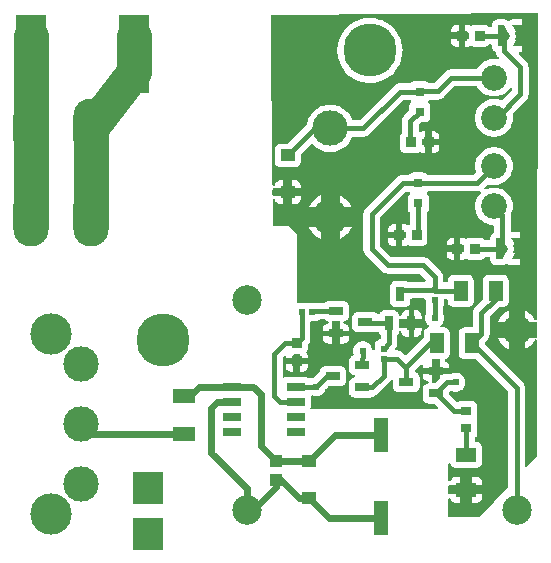
<source format=gtl>
G04 Layer: TopLayer*
G04 EasyEDA v6.5.39, 2024-01-10 16:20:09*
G04 85b321e934e241e88075cb939218c85a,3d9c8b04885e45b7839bd8e85c0fd600,10*
G04 Gerber Generator version 0.2*
G04 Scale: 100 percent, Rotated: No, Reflected: No *
G04 Dimensions in millimeters *
G04 leading zeros omitted , absolute positions ,4 integer and 5 decimal *
%FSLAX45Y45*%
%MOMM*%

%AMMACRO1*21,1,$1,$2,0,0,$3*%
%AMMACRO2*4,1,5,-0.508,0.889,0,0.889,0.508,0,0,-0.889,-0.508,-0.889,-0.508,0.889,0*%
%AMMACRO3*4,1,5,0.635,0.889,-0.635,0.889,-0.127,0,-0.635,-0.889,0.635,-0.889,0.635,0.889,0*%
%AMMACRO4*4,1,4,-1.25,-1.325,-1.25,1.325,1.25,1.325,1.25,-1.325,-1.25,-1.325,0*%
%ADD10C,3.0000*%
%ADD11C,0.6000*%
%ADD12C,0.4000*%
%ADD13MACRO1,1.701X1.2075X90.0000*%
%ADD14MACRO1,1.701X1.2075X0.0000*%
%ADD15R,1.7010X1.2075*%
%ADD16MACRO1,0.864X0.8065X-90.0000*%
%ADD17MACRO1,0.864X0.8065X90.0000*%
%ADD18R,1.2500X0.7000*%
%ADD19R,0.7000X1.2500*%
%ADD20MACRO1,0.54X0.5656X90.0000*%
%ADD21MACRO1,0.864X0.8065X0.0000*%
%ADD22R,0.8640X0.8065*%
%ADD23MACRO1,0.54X0.5656X0.0000*%
%ADD24R,0.5400X0.5657*%
%ADD25R,1.1000X1.0000*%
%ADD26R,1.2000X1.0000*%
%ADD27R,0.9000X0.8000*%
%ADD28R,1.9000X1.2000*%
%ADD29MACRO1,2.9007X1.1989X90.0000*%
%ADD30R,1.5500X0.6500*%
%ADD31R,0.8000X0.8000*%
%ADD32MACRO2*%
%ADD33MACRO3*%
%ADD34O,2.999994X4.9999899999999995*%
%ADD35C,2.5000*%
%ADD36C,3.5000*%
%ADD37MACRO4*%
%ADD38C,2.1800*%
%ADD39C,4.5000*%
%ADD40C,0.6096*%
%ADD41C,0.0135*%

%LPD*%
G36*
X3972661Y-903173D02*
G01*
X3968750Y-902411D01*
X3965397Y-900226D01*
X3963162Y-896924D01*
X3962400Y-893013D01*
X3962400Y-749096D01*
X3963162Y-745236D01*
X3965295Y-741984D01*
X3968546Y-739749D01*
X3972356Y-738936D01*
X3976217Y-739597D01*
X3979519Y-741680D01*
X3981805Y-744880D01*
X3986072Y-754227D01*
X3991101Y-761390D01*
X3997299Y-767638D01*
X4004513Y-772668D01*
X4012488Y-776376D01*
X4020972Y-778662D01*
X4030218Y-779475D01*
X4065930Y-779475D01*
X4065930Y-705104D01*
X3972560Y-705104D01*
X3968648Y-704342D01*
X3965397Y-702157D01*
X3963162Y-698855D01*
X3962400Y-694944D01*
X3962400Y-642213D01*
X3963162Y-638302D01*
X3965397Y-635000D01*
X3968648Y-632815D01*
X3972560Y-632053D01*
X4065930Y-632053D01*
X4065930Y-557682D01*
X4030218Y-557682D01*
X4020972Y-558495D01*
X4012488Y-560781D01*
X4004513Y-564489D01*
X3997299Y-569518D01*
X3991101Y-575767D01*
X3986072Y-582930D01*
X3981805Y-592277D01*
X3979519Y-595477D01*
X3976217Y-597560D01*
X3972356Y-598220D01*
X3968546Y-597408D01*
X3965295Y-595172D01*
X3963162Y-591921D01*
X3962400Y-588060D01*
X3962400Y-453339D01*
X3963162Y-449478D01*
X3965295Y-446227D01*
X3968546Y-443992D01*
X3972356Y-443179D01*
X3976217Y-443839D01*
X3979519Y-445922D01*
X3981805Y-449122D01*
X3986072Y-458470D01*
X3991101Y-465632D01*
X3997299Y-471881D01*
X4004513Y-476910D01*
X4012488Y-480618D01*
X4020972Y-482904D01*
X4030218Y-483717D01*
X4199382Y-483717D01*
X4208627Y-482904D01*
X4217111Y-480618D01*
X4225086Y-476910D01*
X4232300Y-471881D01*
X4238498Y-465632D01*
X4243578Y-458419D01*
X4247286Y-450443D01*
X4249572Y-441959D01*
X4250385Y-432765D01*
X4250385Y-312877D01*
X4249572Y-303682D01*
X4247286Y-295198D01*
X4243578Y-287223D01*
X4238498Y-280009D01*
X4232300Y-273761D01*
X4225086Y-268732D01*
X4217111Y-265023D01*
X4208627Y-262737D01*
X4199382Y-261924D01*
X4195470Y-261924D01*
X4191609Y-261162D01*
X4188307Y-258927D01*
X4186072Y-255676D01*
X4185310Y-251764D01*
X4185310Y-235000D01*
X4185818Y-231800D01*
X4187342Y-228955D01*
X4189628Y-226669D01*
X4192270Y-224840D01*
X4198467Y-218643D01*
X4203496Y-211429D01*
X4207256Y-203454D01*
X4209491Y-194970D01*
X4210304Y-185724D01*
X4210304Y-106629D01*
X4209491Y-97434D01*
X4207256Y-88950D01*
X4203293Y-80467D01*
X4202328Y-76200D01*
X4203293Y-71882D01*
X4207256Y-63449D01*
X4209491Y-54965D01*
X4210304Y-45770D01*
X4210304Y33375D01*
X4209491Y42570D01*
X4207256Y51054D01*
X4203496Y59029D01*
X4198467Y66243D01*
X4192270Y72491D01*
X4185056Y77520D01*
X4177080Y81229D01*
X4168546Y83515D01*
X4159351Y84328D01*
X4070248Y84328D01*
X4061053Y83515D01*
X4052519Y81229D01*
X4044543Y77520D01*
X4041394Y75285D01*
X4038193Y73812D01*
X4034688Y73507D01*
X4031284Y74422D01*
X4028389Y76454D01*
X3974744Y130048D01*
X3972560Y133350D01*
X3971798Y137210D01*
X3971798Y155397D01*
X3972560Y159258D01*
X3974744Y162560D01*
X3978859Y166624D01*
X3982161Y168859D01*
X3986072Y169621D01*
X3989984Y168808D01*
X3999737Y164642D01*
X4011168Y161696D01*
X4022953Y160375D01*
X4034739Y160832D01*
X4046372Y162966D01*
X4057548Y166776D01*
X4068064Y172161D01*
X4077715Y179070D01*
X4086199Y187248D01*
X4093413Y196596D01*
X4099204Y206908D01*
X4103420Y217982D01*
X4106011Y229514D01*
X4106875Y241300D01*
X4106011Y253085D01*
X4103420Y264617D01*
X4099204Y275691D01*
X4093413Y285953D01*
X4086199Y295351D01*
X4077715Y303530D01*
X4068064Y310438D01*
X4057548Y315823D01*
X4046372Y319633D01*
X4034739Y321767D01*
X4022953Y322224D01*
X4011168Y320903D01*
X3999737Y317957D01*
X3988206Y313029D01*
X3983685Y311962D01*
X3981043Y311861D01*
X3978452Y312470D01*
X3896360Y312470D01*
X3896360Y287832D01*
X3895598Y283972D01*
X3893413Y280670D01*
X3847541Y234797D01*
X3844239Y232613D01*
X3840327Y231800D01*
X3831336Y231800D01*
X3827424Y232613D01*
X3824122Y234797D01*
X3821937Y238099D01*
X3821176Y241960D01*
X3821176Y312470D01*
X3745737Y312470D01*
X3745737Y301752D01*
X3746550Y292506D01*
X3748836Y284022D01*
X3752545Y276047D01*
X3757574Y268833D01*
X3763822Y262636D01*
X3771036Y257556D01*
X3779012Y253847D01*
X3788359Y251358D01*
X3792270Y249326D01*
X3794963Y245821D01*
X3795877Y241046D01*
X3794963Y236778D01*
X3792270Y233273D01*
X3788359Y231241D01*
X3779012Y228752D01*
X3771036Y225044D01*
X3763822Y219964D01*
X3757574Y213766D01*
X3752545Y206552D01*
X3748836Y198577D01*
X3746550Y190093D01*
X3745737Y180848D01*
X3745737Y111760D01*
X3746550Y102514D01*
X3748836Y94030D01*
X3752545Y86055D01*
X3757574Y78841D01*
X3763822Y72644D01*
X3771036Y67564D01*
X3779012Y63855D01*
X3787495Y61569D01*
X3796690Y60807D01*
X3840327Y60807D01*
X3844239Y59994D01*
X3847541Y57810D01*
X3876903Y28448D01*
X3879087Y25146D01*
X3879850Y21285D01*
X3879087Y17373D01*
X3876903Y14071D01*
X3873601Y11887D01*
X3869690Y11125D01*
X2806039Y11125D01*
X2802077Y11938D01*
X2798724Y14224D01*
X2796540Y17627D01*
X2795879Y21640D01*
X2799537Y34950D01*
X2800299Y44145D01*
X2800299Y108254D01*
X2799384Y118516D01*
X2799892Y122631D01*
X2801975Y126237D01*
X2805328Y128676D01*
X2809392Y129590D01*
X2813507Y128778D01*
X2818638Y126542D01*
X2830068Y123596D01*
X2841853Y122275D01*
X2853639Y122732D01*
X2865272Y124866D01*
X2876448Y128676D01*
X2886964Y134061D01*
X2896616Y140970D01*
X2905099Y149148D01*
X2912313Y158496D01*
X2918104Y168808D01*
X2922270Y179679D01*
X2924556Y183235D01*
X2944926Y203606D01*
X2948228Y205790D01*
X2952140Y206603D01*
X3048609Y206603D01*
X3057804Y207365D01*
X3066288Y209651D01*
X3074263Y213360D01*
X3081477Y218440D01*
X3087725Y224637D01*
X3092754Y231851D01*
X3096463Y239826D01*
X3098749Y248310D01*
X3099562Y257556D01*
X3099562Y326644D01*
X3098749Y335889D01*
X3096463Y344373D01*
X3092754Y352348D01*
X3087725Y359562D01*
X3081477Y365760D01*
X3074263Y370840D01*
X3066288Y374548D01*
X3057804Y376834D01*
X3048609Y377596D01*
X2924454Y377596D01*
X2915259Y376834D01*
X2906776Y374548D01*
X2898800Y370840D01*
X2891586Y365760D01*
X2885338Y359562D01*
X2880309Y352348D01*
X2876600Y344373D01*
X2873400Y332384D01*
X2871368Y329488D01*
X2824734Y282854D01*
X2822600Y281228D01*
X2818638Y279857D01*
X2805226Y274116D01*
X2802483Y273710D01*
X2786380Y273710D01*
X2783332Y274167D01*
X2780538Y275539D01*
X2775051Y279400D01*
X2767076Y283159D01*
X2758592Y285394D01*
X2749346Y286207D01*
X2595219Y286207D01*
X2586024Y285394D01*
X2577541Y283159D01*
X2574188Y281584D01*
X2570226Y280619D01*
X2566263Y281279D01*
X2562809Y283464D01*
X2560523Y286816D01*
X2559710Y290779D01*
X2559710Y449173D01*
X2560472Y453085D01*
X2562707Y456387D01*
X2568651Y462280D01*
X2571953Y464515D01*
X2575814Y465277D01*
X2579725Y464515D01*
X2583027Y462280D01*
X2585212Y459028D01*
X2585974Y455117D01*
X2585974Y446481D01*
X2651760Y446481D01*
X2651760Y469595D01*
X2652522Y473506D01*
X2654706Y476808D01*
X2658008Y478993D01*
X2661920Y479755D01*
X2697480Y479755D01*
X2701391Y478993D01*
X2704693Y476808D01*
X2706878Y473506D01*
X2707640Y469595D01*
X2707640Y446481D01*
X2773426Y446481D01*
X2773426Y459841D01*
X2772613Y469087D01*
X2770327Y477570D01*
X2766618Y485546D01*
X2763875Y489458D01*
X2762250Y493268D01*
X2762250Y497332D01*
X2763875Y501142D01*
X2766618Y505053D01*
X2770327Y513029D01*
X2772613Y521512D01*
X2773426Y530758D01*
X2773426Y560628D01*
X2774035Y564134D01*
X2775864Y567232D01*
X2782366Y574802D01*
X2788107Y584250D01*
X2792374Y594461D01*
X2794965Y605231D01*
X2795828Y616661D01*
X2795828Y750519D01*
X2796590Y754430D01*
X2798826Y757682D01*
X2802128Y759917D01*
X2805988Y760679D01*
X2839720Y760679D01*
X2848914Y761492D01*
X2857449Y763778D01*
X2865424Y767486D01*
X2871774Y771956D01*
X2874518Y773328D01*
X2877616Y773785D01*
X2909620Y773785D01*
X2913532Y773023D01*
X2924200Y765556D01*
X2932176Y761847D01*
X2941523Y759358D01*
X2945434Y757326D01*
X2948127Y753821D01*
X2949041Y749046D01*
X2948127Y744778D01*
X2945434Y741273D01*
X2941523Y739241D01*
X2932176Y736752D01*
X2924200Y733044D01*
X2916986Y727964D01*
X2910738Y721766D01*
X2905709Y714552D01*
X2902000Y706577D01*
X2899714Y698093D01*
X2898902Y688848D01*
X2898902Y678129D01*
X2974340Y678129D01*
X2974340Y748639D01*
X2975102Y752500D01*
X2977286Y755802D01*
X2980588Y757986D01*
X2984500Y758799D01*
X3039364Y758799D01*
X3043275Y757986D01*
X3046577Y755802D01*
X3048762Y752500D01*
X3049524Y748639D01*
X3049524Y678129D01*
X3124962Y678129D01*
X3124962Y688848D01*
X3124149Y698093D01*
X3121863Y706577D01*
X3118154Y714552D01*
X3113125Y721766D01*
X3106877Y727964D01*
X3099663Y733044D01*
X3091688Y736752D01*
X3082340Y739241D01*
X3078429Y741273D01*
X3075736Y744778D01*
X3074822Y749554D01*
X3075736Y753821D01*
X3078429Y757326D01*
X3082340Y759358D01*
X3091688Y761847D01*
X3099663Y765556D01*
X3106877Y770636D01*
X3113125Y776833D01*
X3118154Y784047D01*
X3121863Y792022D01*
X3124149Y800506D01*
X3124962Y809752D01*
X3124962Y878840D01*
X3124149Y888085D01*
X3121863Y896569D01*
X3118154Y904544D01*
X3113125Y911758D01*
X3106877Y917956D01*
X3099663Y923036D01*
X3091688Y926744D01*
X3083204Y929030D01*
X3074009Y929792D01*
X2949854Y929792D01*
X2940659Y929030D01*
X2932176Y926744D01*
X2924200Y923036D01*
X2913532Y915568D01*
X2909620Y914806D01*
X2850489Y914806D01*
X2839720Y915720D01*
X2784043Y915720D01*
X2774848Y914908D01*
X2771241Y913942D01*
X2768600Y913587D01*
X2765958Y913942D01*
X2762351Y914908D01*
X2753156Y915720D01*
X2697480Y915720D01*
X2690723Y915111D01*
X2686608Y915619D01*
X2683002Y917752D01*
X2680563Y921156D01*
X2679700Y925271D01*
X2679700Y1483309D01*
X2679192Y1484884D01*
X2616962Y1559610D01*
X2615184Y1560525D01*
X2486355Y1563471D01*
X2482545Y1564284D01*
X2479344Y1566468D01*
X2477211Y1569720D01*
X2476449Y1573530D01*
X2474925Y1785975D01*
X2475738Y1790039D01*
X2478125Y1793493D01*
X2481681Y1795627D01*
X2485796Y1796186D01*
X2489809Y1795068D01*
X2493010Y1792376D01*
X2494889Y1788668D01*
X2496058Y1784350D01*
X2499766Y1776374D01*
X2504846Y1769160D01*
X2511044Y1762912D01*
X2518257Y1757883D01*
X2526233Y1754174D01*
X2534716Y1751888D01*
X2543962Y1751075D01*
X2567127Y1751075D01*
X2567127Y1820265D01*
X2484780Y1820265D01*
X2480919Y1821027D01*
X2477617Y1823212D01*
X2475382Y1826463D01*
X2474620Y1830324D01*
X2474315Y1872742D01*
X2475077Y1876653D01*
X2477262Y1879955D01*
X2480564Y1882190D01*
X2484475Y1882952D01*
X2567127Y1882952D01*
X2567127Y1952142D01*
X2543962Y1952142D01*
X2534716Y1951329D01*
X2526233Y1949043D01*
X2518257Y1945335D01*
X2511044Y1940255D01*
X2504846Y1934057D01*
X2499766Y1926843D01*
X2496058Y1918868D01*
X2493975Y1911146D01*
X2492146Y1907438D01*
X2488946Y1904796D01*
X2484983Y1903628D01*
X2480868Y1904187D01*
X2477312Y1906270D01*
X2474874Y1909622D01*
X2474010Y1913686D01*
X2463850Y3344214D01*
X2464612Y3348126D01*
X2466797Y3351428D01*
X2470099Y3353663D01*
X2473960Y3354425D01*
X4713935Y3367024D01*
X4717846Y3366262D01*
X4721148Y3364077D01*
X4723384Y3360775D01*
X4724146Y3356864D01*
X4724146Y3290366D01*
X4715662Y774496D01*
X4714646Y770178D01*
X4711954Y766724D01*
X4708042Y764692D01*
X4703673Y764540D01*
X4699609Y766216D01*
X4696663Y769518D01*
X4691075Y779322D01*
X4680610Y794054D01*
X4668672Y807618D01*
X4655413Y819912D01*
X4640986Y830732D01*
X4625492Y840028D01*
X4611827Y846429D01*
X4611827Y753973D01*
X4705400Y753973D01*
X4709261Y753211D01*
X4712563Y750976D01*
X4714798Y747674D01*
X4715560Y743762D01*
X4715154Y626414D01*
X4714341Y622503D01*
X4712157Y619252D01*
X4708855Y617067D01*
X4704994Y616254D01*
X4611827Y616254D01*
X4611827Y523849D01*
X4625492Y530199D01*
X4640986Y539496D01*
X4655413Y550367D01*
X4668672Y562610D01*
X4680610Y576224D01*
X4691075Y590956D01*
X4696053Y599643D01*
X4699000Y602945D01*
X4703064Y604672D01*
X4707483Y604469D01*
X4711395Y602437D01*
X4714087Y598932D01*
X4715052Y594614D01*
X4711700Y-388061D01*
X4710988Y-391820D01*
X4708906Y-395020D01*
X4631080Y-476961D01*
X4627829Y-479247D01*
X4623917Y-480110D01*
X4619955Y-479399D01*
X4616602Y-477215D01*
X4614367Y-473913D01*
X4613554Y-469950D01*
X4613554Y189077D01*
X4612690Y200507D01*
X4610100Y211277D01*
X4605832Y221488D01*
X4600092Y230936D01*
X4592624Y239623D01*
X4274972Y557326D01*
X4272737Y560628D01*
X4271975Y564489D01*
X4271975Y578459D01*
X4272737Y582320D01*
X4274972Y585622D01*
X4291380Y602081D01*
X4298848Y610768D01*
X4304588Y620217D01*
X4308856Y630428D01*
X4311396Y641197D01*
X4312310Y652627D01*
X4312310Y792073D01*
X4313072Y795985D01*
X4315307Y799287D01*
X4393488Y877468D01*
X4396790Y879652D01*
X4400651Y880414D01*
X4424222Y880414D01*
X4433417Y881227D01*
X4441901Y883513D01*
X4449876Y887221D01*
X4457090Y892302D01*
X4463338Y898499D01*
X4468368Y905713D01*
X4472076Y913688D01*
X4474362Y922172D01*
X4475175Y931418D01*
X4475175Y1100582D01*
X4474362Y1109827D01*
X4472076Y1118311D01*
X4468368Y1126286D01*
X4463338Y1133500D01*
X4457090Y1139698D01*
X4449876Y1144778D01*
X4441901Y1148486D01*
X4433417Y1150772D01*
X4424222Y1151585D01*
X4304334Y1151585D01*
X4295140Y1150772D01*
X4286656Y1148486D01*
X4278680Y1144778D01*
X4271467Y1139698D01*
X4265218Y1133500D01*
X4260189Y1126286D01*
X4256481Y1118311D01*
X4254195Y1109827D01*
X4253382Y1100582D01*
X4253382Y941019D01*
X4252620Y937107D01*
X4250385Y933856D01*
X4192219Y875639D01*
X4184751Y866952D01*
X4179011Y857503D01*
X4174744Y847293D01*
X4172204Y836523D01*
X4171289Y825093D01*
X4171289Y717245D01*
X4170527Y713333D01*
X4168292Y710031D01*
X4164990Y707847D01*
X4161129Y707085D01*
X4101134Y707085D01*
X4091940Y706272D01*
X4083456Y703986D01*
X4075480Y700278D01*
X4068267Y695198D01*
X4062018Y689000D01*
X4056989Y681786D01*
X4053281Y673811D01*
X4050995Y665327D01*
X4050182Y656082D01*
X4050182Y486918D01*
X4050995Y477672D01*
X4053281Y469188D01*
X4056989Y461213D01*
X4062018Y453999D01*
X4068267Y447801D01*
X4075480Y442722D01*
X4083456Y439013D01*
X4091940Y436727D01*
X4101134Y435914D01*
X4192676Y435914D01*
X4196537Y435152D01*
X4199839Y432968D01*
X4469536Y163271D01*
X4471771Y159969D01*
X4472533Y156057D01*
X4472533Y-639826D01*
X4471822Y-643585D01*
X4469739Y-646836D01*
X4232046Y-897026D01*
X4228744Y-899312D01*
X4224832Y-900176D01*
G37*

%LPC*%
G36*
X4163669Y-779475D02*
G01*
X4199382Y-779475D01*
X4208627Y-778662D01*
X4217111Y-776376D01*
X4225086Y-772668D01*
X4232300Y-767638D01*
X4238498Y-761390D01*
X4243578Y-754176D01*
X4247286Y-746201D01*
X4249572Y-737717D01*
X4250385Y-728522D01*
X4250385Y-705104D01*
X4163669Y-705104D01*
G37*
G36*
X4163669Y-632053D02*
G01*
X4250385Y-632053D01*
X4250385Y-608634D01*
X4249572Y-599440D01*
X4247286Y-590956D01*
X4243578Y-582980D01*
X4238498Y-575767D01*
X4232300Y-569518D01*
X4225086Y-564489D01*
X4217111Y-560781D01*
X4208627Y-558495D01*
X4199382Y-557682D01*
X4163669Y-557682D01*
G37*
G36*
X3174390Y111607D02*
G01*
X3298545Y111607D01*
X3307740Y112369D01*
X3316224Y114655D01*
X3324199Y118364D01*
X3331413Y123444D01*
X3334410Y126441D01*
X3336645Y128117D01*
X3339236Y129133D01*
X3343097Y130048D01*
X3353308Y134315D01*
X3362756Y140055D01*
X3371443Y147523D01*
X3465880Y241960D01*
X3473348Y250647D01*
X3477006Y256641D01*
X3480003Y259791D01*
X3484067Y261366D01*
X3488385Y261112D01*
X3492246Y259079D01*
X3494887Y255574D01*
X3495801Y251358D01*
X3495801Y206756D01*
X3496614Y197510D01*
X3498900Y189026D01*
X3502609Y181051D01*
X3507638Y173837D01*
X3513886Y167640D01*
X3521100Y162560D01*
X3529076Y158851D01*
X3537559Y156565D01*
X3546754Y155803D01*
X3670909Y155803D01*
X3680104Y156565D01*
X3688587Y158851D01*
X3696563Y162560D01*
X3703777Y167640D01*
X3710025Y173837D01*
X3715054Y181051D01*
X3718763Y189026D01*
X3721049Y197510D01*
X3721862Y206756D01*
X3721862Y275844D01*
X3721049Y285089D01*
X3718763Y293573D01*
X3715054Y301548D01*
X3710025Y308762D01*
X3703777Y314960D01*
X3696563Y320040D01*
X3688587Y323748D01*
X3686860Y324205D01*
X3683000Y326237D01*
X3680307Y329692D01*
X3679342Y334010D01*
X3679342Y336905D01*
X3680104Y340817D01*
X3682339Y344119D01*
X3730091Y391871D01*
X3733800Y394208D01*
X3738168Y394766D01*
X3742334Y393446D01*
X3745585Y390499D01*
X3747262Y386435D01*
X3747058Y382016D01*
X3746550Y380085D01*
X3745737Y370840D01*
X3745737Y360121D01*
X3821176Y360121D01*
X3821176Y425754D01*
X3821937Y429666D01*
X3824122Y432968D01*
X3827424Y435152D01*
X3831336Y435914D01*
X3886200Y435914D01*
X3890111Y435152D01*
X3893413Y432968D01*
X3895598Y429666D01*
X3896360Y425754D01*
X3896360Y360121D01*
X3971798Y360121D01*
X3971798Y370840D01*
X3970985Y380085D01*
X3968699Y388569D01*
X3964990Y396544D01*
X3959961Y403758D01*
X3953713Y409956D01*
X3946499Y415035D01*
X3937812Y419049D01*
X3934561Y421538D01*
X3932478Y425094D01*
X3932021Y429158D01*
X3933190Y433070D01*
X3935831Y436219D01*
X3939489Y438099D01*
X3942943Y439013D01*
X3950919Y442722D01*
X3958132Y447801D01*
X3964381Y453999D01*
X3969410Y461213D01*
X3973118Y469188D01*
X3975404Y477672D01*
X3976217Y486918D01*
X3976217Y656082D01*
X3975404Y665327D01*
X3973118Y673811D01*
X3969410Y681786D01*
X3964381Y689000D01*
X3958132Y695198D01*
X3950919Y700278D01*
X3942943Y703986D01*
X3934460Y706272D01*
X3925265Y707085D01*
X3906265Y707085D01*
X3902354Y707847D01*
X3899052Y710082D01*
X3896868Y713435D01*
X3896106Y717346D01*
X3896969Y721258D01*
X3899255Y724560D01*
X3908399Y733348D01*
X3915613Y742696D01*
X3921404Y753008D01*
X3925620Y764082D01*
X3928211Y775614D01*
X3929075Y787400D01*
X3928211Y799185D01*
X3925620Y810717D01*
X3921404Y821791D01*
X3918965Y826820D01*
X3918610Y829411D01*
X3918610Y878433D01*
X3919575Y882700D01*
X3922522Y889050D01*
X3924808Y897585D01*
X3925620Y906780D01*
X3925620Y935329D01*
X3926382Y939190D01*
X3928618Y942492D01*
X3931869Y944727D01*
X3935780Y945489D01*
X3947464Y945489D01*
X3951376Y944727D01*
X3954627Y942492D01*
X3956862Y939190D01*
X3957624Y935329D01*
X3957624Y931418D01*
X3958437Y922172D01*
X3960723Y913688D01*
X3964432Y905713D01*
X3969461Y898499D01*
X3975709Y892302D01*
X3982923Y887221D01*
X3990898Y883513D01*
X3999382Y881227D01*
X4008577Y880414D01*
X4128465Y880414D01*
X4137660Y881227D01*
X4146143Y883513D01*
X4154119Y887221D01*
X4161332Y892302D01*
X4167581Y898499D01*
X4172610Y905713D01*
X4176318Y913688D01*
X4178604Y922172D01*
X4179417Y931418D01*
X4179417Y1100582D01*
X4178604Y1109827D01*
X4176318Y1118311D01*
X4172610Y1126286D01*
X4167581Y1133500D01*
X4161332Y1139698D01*
X4154119Y1144778D01*
X4146143Y1148486D01*
X4137660Y1150772D01*
X4128465Y1151585D01*
X4008577Y1151585D01*
X3999382Y1150772D01*
X3990898Y1148486D01*
X3982923Y1144778D01*
X3975709Y1139698D01*
X3969461Y1133500D01*
X3964432Y1126286D01*
X3960723Y1118311D01*
X3958437Y1109827D01*
X3957624Y1100582D01*
X3957624Y1096670D01*
X3956862Y1092809D01*
X3954627Y1089507D01*
X3951376Y1087272D01*
X3947464Y1086510D01*
X3928770Y1086510D01*
X3924909Y1087272D01*
X3921607Y1089507D01*
X3919372Y1092809D01*
X3918610Y1096670D01*
X3918610Y1129893D01*
X3917746Y1141323D01*
X3915156Y1152093D01*
X3910888Y1162304D01*
X3905148Y1171752D01*
X3897680Y1180439D01*
X3796639Y1281480D01*
X3787952Y1288948D01*
X3778504Y1294688D01*
X3768293Y1298956D01*
X3757523Y1301496D01*
X3746093Y1302410D01*
X3487826Y1302410D01*
X3483914Y1303172D01*
X3480612Y1305407D01*
X3388207Y1397812D01*
X3385972Y1401114D01*
X3385210Y1405026D01*
X3385210Y1630273D01*
X3385972Y1634185D01*
X3388207Y1637487D01*
X3603802Y1853082D01*
X3607104Y1855317D01*
X3611016Y1856079D01*
X3623614Y1856079D01*
X3627475Y1855317D01*
X3630777Y1853082D01*
X3635197Y1848662D01*
X3637381Y1845411D01*
X3638143Y1841500D01*
X3637381Y1837588D01*
X3635197Y1834337D01*
X3629710Y1828850D01*
X3624681Y1821637D01*
X3620973Y1813661D01*
X3618687Y1805178D01*
X3617874Y1795983D01*
X3617874Y1716836D01*
X3618687Y1707642D01*
X3620973Y1699158D01*
X3624681Y1691182D01*
X3629710Y1683969D01*
X3634892Y1678787D01*
X3637127Y1675485D01*
X3637889Y1671624D01*
X3637889Y1583334D01*
X3637178Y1579575D01*
X3635095Y1576324D01*
X3631996Y1574088D01*
X3629253Y1572818D01*
X3625342Y1570075D01*
X3621532Y1568450D01*
X3617468Y1568450D01*
X3613658Y1570075D01*
X3609746Y1572818D01*
X3601770Y1576527D01*
X3593287Y1578813D01*
X3584041Y1579626D01*
X3570681Y1579626D01*
X3570681Y1513840D01*
X3593795Y1513840D01*
X3597706Y1513078D01*
X3601008Y1510893D01*
X3603193Y1507591D01*
X3603955Y1503680D01*
X3603955Y1468120D01*
X3603193Y1464208D01*
X3601008Y1460906D01*
X3597706Y1458722D01*
X3593795Y1457960D01*
X3570681Y1457960D01*
X3570681Y1392174D01*
X3584041Y1392174D01*
X3593287Y1392986D01*
X3601770Y1395272D01*
X3609746Y1398981D01*
X3613658Y1401724D01*
X3617468Y1403350D01*
X3621532Y1403350D01*
X3625342Y1401724D01*
X3629253Y1398981D01*
X3637229Y1395272D01*
X3645712Y1392986D01*
X3654958Y1392174D01*
X3734714Y1392174D01*
X3743909Y1392986D01*
X3752392Y1395272D01*
X3760368Y1398981D01*
X3767582Y1404010D01*
X3773830Y1410258D01*
X3778859Y1417472D01*
X3782568Y1425448D01*
X3784854Y1433931D01*
X3785666Y1443126D01*
X3785666Y1528673D01*
X3784854Y1537868D01*
X3782568Y1546352D01*
X3779875Y1552194D01*
X3778910Y1556461D01*
X3778910Y1671624D01*
X3779672Y1675485D01*
X3781907Y1678787D01*
X3787089Y1683969D01*
X3792118Y1691182D01*
X3795826Y1699158D01*
X3798112Y1707642D01*
X3798925Y1716836D01*
X3798925Y1795983D01*
X3798112Y1805178D01*
X3795826Y1813661D01*
X3792118Y1821637D01*
X3787089Y1828850D01*
X3781602Y1834337D01*
X3779418Y1837588D01*
X3778656Y1841500D01*
X3779418Y1845411D01*
X3781602Y1848662D01*
X3786022Y1853082D01*
X3789324Y1855317D01*
X3793185Y1856079D01*
X4206290Y1856079D01*
X4217670Y1856943D01*
X4227474Y1859330D01*
X4231792Y1859432D01*
X4235754Y1857705D01*
X4238650Y1854504D01*
X4239971Y1850389D01*
X4239463Y1846122D01*
X4237228Y1842465D01*
X4228439Y1833168D01*
X4217974Y1819452D01*
X4209084Y1804619D01*
X4201820Y1788972D01*
X4196334Y1772615D01*
X4192574Y1755749D01*
X4190746Y1738579D01*
X4190746Y1721307D01*
X4192574Y1704136D01*
X4196334Y1687271D01*
X4201820Y1670862D01*
X4209084Y1655216D01*
X4217974Y1640382D01*
X4228439Y1626666D01*
X4240326Y1614119D01*
X4253484Y1602943D01*
X4267758Y1593240D01*
X4283049Y1585163D01*
X4299051Y1578762D01*
X4315714Y1574139D01*
X4332782Y1571345D01*
X4339488Y1570990D01*
X4343196Y1570075D01*
X4346295Y1567840D01*
X4348378Y1564589D01*
X4349089Y1560830D01*
X4349089Y1513281D01*
X4348530Y1510030D01*
X4347057Y1507134D01*
X4344670Y1504899D01*
X4336338Y1499158D01*
X4330141Y1492961D01*
X4325061Y1485747D01*
X4321352Y1477772D01*
X4319066Y1469288D01*
X4318304Y1460042D01*
X4318304Y1452270D01*
X4317492Y1448409D01*
X4315307Y1445107D01*
X4312005Y1442872D01*
X4308144Y1442110D01*
X4278020Y1442110D01*
X4274820Y1442618D01*
X4271924Y1444142D01*
X4269130Y1447241D01*
X4262882Y1453489D01*
X4255668Y1458518D01*
X4247692Y1462227D01*
X4239209Y1464513D01*
X4230014Y1465326D01*
X4150258Y1465326D01*
X4141012Y1464513D01*
X4132529Y1462227D01*
X4124553Y1458518D01*
X4120642Y1455775D01*
X4116832Y1454150D01*
X4112768Y1454150D01*
X4108958Y1455775D01*
X4105046Y1458518D01*
X4097070Y1462227D01*
X4088587Y1464513D01*
X4079341Y1465326D01*
X4065981Y1465326D01*
X4065981Y1399540D01*
X4089095Y1399540D01*
X4093006Y1398778D01*
X4096308Y1396593D01*
X4098493Y1393291D01*
X4099255Y1389380D01*
X4099255Y1353820D01*
X4098493Y1349908D01*
X4096308Y1346606D01*
X4093006Y1344422D01*
X4089095Y1343660D01*
X4065981Y1343660D01*
X4065981Y1277874D01*
X4079341Y1277874D01*
X4088587Y1278686D01*
X4097070Y1280972D01*
X4105046Y1284681D01*
X4108958Y1287424D01*
X4112768Y1289050D01*
X4116832Y1289050D01*
X4120642Y1287424D01*
X4124553Y1284681D01*
X4132529Y1280972D01*
X4141012Y1278686D01*
X4150258Y1277874D01*
X4230014Y1277874D01*
X4239209Y1278686D01*
X4247692Y1280972D01*
X4255668Y1284681D01*
X4262882Y1289710D01*
X4269130Y1295958D01*
X4271924Y1299057D01*
X4274820Y1300581D01*
X4278020Y1301089D01*
X4308144Y1301089D01*
X4312005Y1300327D01*
X4315307Y1298092D01*
X4317492Y1294790D01*
X4318304Y1290929D01*
X4318304Y1283157D01*
X4319066Y1273911D01*
X4321352Y1265428D01*
X4325061Y1257452D01*
X4330141Y1250238D01*
X4336338Y1244041D01*
X4343552Y1238961D01*
X4351528Y1235252D01*
X4360011Y1232966D01*
X4369257Y1232154D01*
X4419142Y1232154D01*
X4428388Y1232966D01*
X4436922Y1235303D01*
X4444949Y1239062D01*
X4451858Y1243888D01*
X4455617Y1245514D01*
X4459732Y1245514D01*
X4463491Y1243939D01*
X4470603Y1238961D01*
X4478578Y1235252D01*
X4487062Y1232966D01*
X4496257Y1232154D01*
X4572000Y1232154D01*
X4572000Y1333500D01*
X4524095Y1333500D01*
X4520133Y1334312D01*
X4516780Y1336598D01*
X4514596Y1340002D01*
X4513935Y1343964D01*
X4514850Y1347927D01*
X4517898Y1354480D01*
X4520133Y1362913D01*
X4520895Y1371600D01*
X4520133Y1380286D01*
X4517898Y1388719D01*
X4514850Y1395272D01*
X4513935Y1399235D01*
X4514596Y1403197D01*
X4516780Y1406601D01*
X4520133Y1408887D01*
X4524095Y1409700D01*
X4572000Y1409700D01*
X4572000Y1510995D01*
X4500270Y1510995D01*
X4496409Y1511808D01*
X4493107Y1513992D01*
X4490872Y1517294D01*
X4490110Y1521155D01*
X4490110Y1651203D01*
X4491075Y1655470D01*
X4498187Y1670862D01*
X4503674Y1687271D01*
X4507433Y1704136D01*
X4509262Y1721307D01*
X4509262Y1738579D01*
X4507433Y1755749D01*
X4503674Y1772615D01*
X4498187Y1788972D01*
X4490923Y1804619D01*
X4482033Y1819452D01*
X4471568Y1833168D01*
X4459681Y1845716D01*
X4446524Y1856892D01*
X4432249Y1866595D01*
X4416958Y1874672D01*
X4400956Y1881073D01*
X4384294Y1885696D01*
X4367225Y1888489D01*
X4350004Y1889404D01*
X4332782Y1888489D01*
X4315714Y1885696D01*
X4299051Y1881073D01*
X4283049Y1874672D01*
X4278172Y1873046D01*
X4274108Y1873554D01*
X4270552Y1875586D01*
X4268114Y1878888D01*
X4267200Y1882902D01*
X4267911Y1886915D01*
X4270146Y1890369D01*
X4294479Y1914702D01*
X4297426Y1916734D01*
X4300829Y1917598D01*
X4304385Y1917293D01*
X4315714Y1914143D01*
X4332782Y1911350D01*
X4350004Y1910435D01*
X4367225Y1911350D01*
X4384294Y1914143D01*
X4400956Y1918766D01*
X4416958Y1925167D01*
X4432249Y1933244D01*
X4446524Y1942947D01*
X4459681Y1954123D01*
X4471568Y1966671D01*
X4482033Y1980387D01*
X4490923Y1995220D01*
X4498187Y2010867D01*
X4503674Y2027224D01*
X4507433Y2044090D01*
X4509262Y2061260D01*
X4509262Y2078532D01*
X4507433Y2095703D01*
X4503674Y2112568D01*
X4498187Y2128977D01*
X4490923Y2144623D01*
X4482033Y2159457D01*
X4471568Y2173173D01*
X4459681Y2185720D01*
X4446524Y2196896D01*
X4432249Y2206599D01*
X4416958Y2214676D01*
X4400956Y2221077D01*
X4384294Y2225700D01*
X4367225Y2228494D01*
X4350004Y2229408D01*
X4332782Y2228494D01*
X4315714Y2225700D01*
X4299051Y2221077D01*
X4283049Y2214676D01*
X4267758Y2206599D01*
X4253484Y2196896D01*
X4240326Y2185720D01*
X4228439Y2173173D01*
X4217974Y2159457D01*
X4209084Y2144623D01*
X4201820Y2128977D01*
X4196334Y2112568D01*
X4192574Y2095703D01*
X4190746Y2078532D01*
X4190746Y2061260D01*
X4192574Y2044090D01*
X4196334Y2027224D01*
X4197146Y2024786D01*
X4197654Y2021078D01*
X4196791Y2017420D01*
X4194708Y2014372D01*
X4180433Y2000097D01*
X4177131Y1997862D01*
X4173270Y1997100D01*
X3793185Y1997100D01*
X3789324Y1997862D01*
X3786022Y2000097D01*
X3780840Y2005279D01*
X3773627Y2010308D01*
X3765651Y2014016D01*
X3757168Y2016302D01*
X3747973Y2017115D01*
X3668826Y2017115D01*
X3659632Y2016302D01*
X3651148Y2014016D01*
X3643172Y2010308D01*
X3635959Y2005279D01*
X3630777Y2000097D01*
X3627475Y1997862D01*
X3623614Y1997100D01*
X3577996Y1997100D01*
X3566566Y1996186D01*
X3555796Y1993646D01*
X3545586Y1989378D01*
X3536137Y1983638D01*
X3527450Y1976170D01*
X3265119Y1713839D01*
X3257651Y1705152D01*
X3251911Y1695704D01*
X3247644Y1685493D01*
X3245104Y1674723D01*
X3244189Y1663293D01*
X3244189Y1372006D01*
X3245104Y1360576D01*
X3247644Y1349806D01*
X3251911Y1339596D01*
X3257651Y1330147D01*
X3265119Y1321460D01*
X3404260Y1182319D01*
X3412947Y1174851D01*
X3422396Y1169111D01*
X3432606Y1164844D01*
X3443376Y1162253D01*
X3454806Y1161389D01*
X3713073Y1161389D01*
X3716985Y1160627D01*
X3720287Y1158392D01*
X3769715Y1108964D01*
X3771950Y1105662D01*
X3772712Y1101750D01*
X3771950Y1097889D01*
X3769715Y1094587D01*
X3766413Y1092352D01*
X3762552Y1091590D01*
X3623970Y1091590D01*
X3620922Y1092047D01*
X3616248Y1094790D01*
X3608273Y1098499D01*
X3599789Y1100785D01*
X3590544Y1101598D01*
X3521456Y1101598D01*
X3512210Y1100785D01*
X3503726Y1098499D01*
X3495751Y1094790D01*
X3488537Y1089761D01*
X3482340Y1083513D01*
X3477260Y1076299D01*
X3473551Y1068324D01*
X3471265Y1059840D01*
X3470503Y1050645D01*
X3470503Y926490D01*
X3471265Y917295D01*
X3473551Y908812D01*
X3477260Y900836D01*
X3482340Y893622D01*
X3488537Y887374D01*
X3495751Y882345D01*
X3503726Y878636D01*
X3512210Y876350D01*
X3521456Y875537D01*
X3590544Y875537D01*
X3599789Y876350D01*
X3608273Y878636D01*
X3616248Y882345D01*
X3623462Y887374D01*
X3629660Y893622D01*
X3634740Y900836D01*
X3638448Y908812D01*
X3640734Y917295D01*
X3641496Y926490D01*
X3641496Y940409D01*
X3642309Y944270D01*
X3644493Y947572D01*
X3647795Y949807D01*
X3651656Y950569D01*
X3760419Y950569D01*
X3764330Y949807D01*
X3767582Y947572D01*
X3769817Y944270D01*
X3770579Y940409D01*
X3770579Y906780D01*
X3771392Y897585D01*
X3773678Y889050D01*
X3776624Y882700D01*
X3777589Y878433D01*
X3777589Y829513D01*
X3776624Y825195D01*
X3772458Y816305D01*
X3769055Y805027D01*
X3767328Y793292D01*
X3767328Y781507D01*
X3769055Y769772D01*
X3772458Y758494D01*
X3777487Y747776D01*
X3783990Y737920D01*
X3791915Y729081D01*
X3798620Y723493D01*
X3801313Y720039D01*
X3802278Y715721D01*
X3801364Y711403D01*
X3798671Y707898D01*
X3794760Y705866D01*
X3787698Y703986D01*
X3779723Y700278D01*
X3772509Y695198D01*
X3766261Y689000D01*
X3761232Y681786D01*
X3757523Y673811D01*
X3756050Y668324D01*
X3754323Y664972D01*
X3754831Y660857D01*
X3754424Y656082D01*
X3754424Y619861D01*
X3753662Y616000D01*
X3751427Y612698D01*
X3611372Y472643D01*
X3608120Y470408D01*
X3604209Y469646D01*
X3600297Y470408D01*
X3597046Y472643D01*
X3580739Y488899D01*
X3572052Y496366D01*
X3562604Y502107D01*
X3552393Y506374D01*
X3541623Y508914D01*
X3530193Y509828D01*
X3523589Y509828D01*
X3519830Y510540D01*
X3516579Y512622D01*
X3514344Y515721D01*
X3513429Y519480D01*
X3513937Y523240D01*
X3515868Y526592D01*
X3518052Y529132D01*
X3523792Y538581D01*
X3528060Y548792D01*
X3530650Y559562D01*
X3531514Y570992D01*
X3531514Y636320D01*
X3532276Y640232D01*
X3539744Y650900D01*
X3543452Y658876D01*
X3545941Y668223D01*
X3547973Y672134D01*
X3551478Y674827D01*
X3556254Y675741D01*
X3560521Y674827D01*
X3564026Y672134D01*
X3566058Y668223D01*
X3568547Y658876D01*
X3572256Y650900D01*
X3577336Y643686D01*
X3583533Y637438D01*
X3590747Y632409D01*
X3598722Y628700D01*
X3607206Y626414D01*
X3616451Y625602D01*
X3627170Y625602D01*
X3627170Y701040D01*
X3556660Y701040D01*
X3552799Y701802D01*
X3549497Y703986D01*
X3547313Y707288D01*
X3546500Y711200D01*
X3546500Y766064D01*
X3547313Y769975D01*
X3549497Y773277D01*
X3552799Y775462D01*
X3556660Y776224D01*
X3627170Y776224D01*
X3627170Y851662D01*
X3616451Y851662D01*
X3607206Y850849D01*
X3598722Y848563D01*
X3590747Y844854D01*
X3583533Y839825D01*
X3577336Y833577D01*
X3572256Y826363D01*
X3568547Y818388D01*
X3566058Y809040D01*
X3564026Y805129D01*
X3560521Y802436D01*
X3555746Y801522D01*
X3551478Y802436D01*
X3547973Y805129D01*
X3545941Y809040D01*
X3543452Y818388D01*
X3539744Y826363D01*
X3534664Y833577D01*
X3528466Y839825D01*
X3521252Y844854D01*
X3513277Y848563D01*
X3504793Y850849D01*
X3495548Y851662D01*
X3426460Y851662D01*
X3417214Y850849D01*
X3408730Y848563D01*
X3400755Y844854D01*
X3393541Y839825D01*
X3387344Y833577D01*
X3382264Y826363D01*
X3379215Y819810D01*
X3376980Y816711D01*
X3373678Y814628D01*
X3369868Y813968D01*
X3366058Y814781D01*
X3362858Y816965D01*
X3356813Y822960D01*
X3349599Y828040D01*
X3341624Y831748D01*
X3333140Y834034D01*
X3323945Y834796D01*
X3199790Y834796D01*
X3190595Y834034D01*
X3182112Y831748D01*
X3174136Y828040D01*
X3166922Y822960D01*
X3160674Y816762D01*
X3155645Y809548D01*
X3151936Y801573D01*
X3149650Y793089D01*
X3148838Y783844D01*
X3148838Y714756D01*
X3149650Y705510D01*
X3151936Y697026D01*
X3155645Y689051D01*
X3160674Y681837D01*
X3166922Y675640D01*
X3174136Y670560D01*
X3182112Y666851D01*
X3190595Y664565D01*
X3199790Y663803D01*
X3323945Y663803D01*
X3333140Y664565D01*
X3342284Y667156D01*
X3346551Y668121D01*
X3368294Y668121D01*
X3372612Y667156D01*
X3376066Y664464D01*
X3378098Y660603D01*
X3378555Y658876D01*
X3382264Y650900D01*
X3389731Y640232D01*
X3390493Y636320D01*
X3390493Y614070D01*
X3389782Y610362D01*
X3387801Y607212D01*
X3384804Y604926D01*
X3372053Y601624D01*
X3364077Y597865D01*
X3356864Y592836D01*
X3350615Y586638D01*
X3345586Y579424D01*
X3341878Y571449D01*
X3339592Y562914D01*
X3338779Y553720D01*
X3338779Y521563D01*
X3337915Y517448D01*
X3335426Y514045D01*
X3331819Y511962D01*
X3327603Y511454D01*
X3323590Y512775D01*
X3320440Y515569D01*
X3318713Y519379D01*
X3316020Y531317D01*
X3311804Y542391D01*
X3306013Y552653D01*
X3298799Y562051D01*
X3290315Y570230D01*
X3280664Y577138D01*
X3270148Y582523D01*
X3258972Y586333D01*
X3247339Y588467D01*
X3235553Y588924D01*
X3223768Y587603D01*
X3212338Y584657D01*
X3201466Y580034D01*
X3191408Y573836D01*
X3182315Y566267D01*
X3174390Y557479D01*
X3167888Y547624D01*
X3162858Y536905D01*
X3159455Y525627D01*
X3157728Y513892D01*
X3157728Y502107D01*
X3159455Y490372D01*
X3162096Y481634D01*
X3162503Y478078D01*
X3161639Y474573D01*
X3159607Y471576D01*
X3156661Y469493D01*
X3148736Y465835D01*
X3141522Y460756D01*
X3135274Y454558D01*
X3130245Y447344D01*
X3126536Y439369D01*
X3124250Y430885D01*
X3123438Y421640D01*
X3123438Y352552D01*
X3124250Y343306D01*
X3126536Y334822D01*
X3130245Y326847D01*
X3135274Y319633D01*
X3141522Y313436D01*
X3148736Y308356D01*
X3156712Y304647D01*
X3166059Y302158D01*
X3169970Y300126D01*
X3172663Y296621D01*
X3173577Y291846D01*
X3172663Y287578D01*
X3169970Y284073D01*
X3166059Y282041D01*
X3156712Y279552D01*
X3148736Y275844D01*
X3141522Y270764D01*
X3135274Y264566D01*
X3130245Y257352D01*
X3126536Y249377D01*
X3124250Y240893D01*
X3123438Y231648D01*
X3123438Y162560D01*
X3124250Y153314D01*
X3126536Y144830D01*
X3130245Y136855D01*
X3135274Y129641D01*
X3141522Y123444D01*
X3148736Y118364D01*
X3156712Y114655D01*
X3165195Y112369D01*
G37*
G36*
X2707640Y329133D02*
G01*
X2722473Y329133D01*
X2731668Y329946D01*
X2740152Y332232D01*
X2748127Y335940D01*
X2755341Y340969D01*
X2761589Y347218D01*
X2766618Y354431D01*
X2770327Y362407D01*
X2772613Y370890D01*
X2773426Y380085D01*
X2773426Y393446D01*
X2707640Y393446D01*
G37*
G36*
X2636926Y329133D02*
G01*
X2651760Y329133D01*
X2651760Y393446D01*
X2585974Y393446D01*
X2585974Y380085D01*
X2586786Y370890D01*
X2589072Y362407D01*
X2592781Y354431D01*
X2597810Y347218D01*
X2604058Y340969D01*
X2611272Y335940D01*
X2619248Y332232D01*
X2627731Y329946D01*
G37*
G36*
X4474159Y523900D02*
G01*
X4474159Y616254D01*
X4381652Y616254D01*
X4382160Y614832D01*
X4390237Y598678D01*
X4399940Y583438D01*
X4411167Y569264D01*
X4423765Y556310D01*
X4437634Y544728D01*
X4452670Y534670D01*
X4468622Y526186D01*
G37*
G36*
X3049524Y568807D02*
G01*
X3074009Y568807D01*
X3083204Y569569D01*
X3091688Y571855D01*
X3099663Y575564D01*
X3106877Y580644D01*
X3113125Y586841D01*
X3118154Y594055D01*
X3121863Y602030D01*
X3124149Y610514D01*
X3124962Y619760D01*
X3124962Y630478D01*
X3049524Y630478D01*
G37*
G36*
X2949854Y568807D02*
G01*
X2974340Y568807D01*
X2974340Y630478D01*
X2898902Y630478D01*
X2898902Y619760D01*
X2899714Y610514D01*
X2902000Y602030D01*
X2905709Y594055D01*
X2910738Y586841D01*
X2916986Y580644D01*
X2924200Y575564D01*
X2932176Y571855D01*
X2940659Y569569D01*
G37*
G36*
X3674821Y625602D02*
G01*
X3685540Y625602D01*
X3694785Y626414D01*
X3703269Y628700D01*
X3711244Y632409D01*
X3718458Y637438D01*
X3724656Y643686D01*
X3729736Y650900D01*
X3733444Y658876D01*
X3734917Y664362D01*
X3736594Y667715D01*
X3736086Y671830D01*
X3736492Y676554D01*
X3736492Y701040D01*
X3674821Y701040D01*
G37*
G36*
X4381652Y753973D02*
G01*
X4474159Y753973D01*
X4474159Y846328D01*
X4468622Y844092D01*
X4452670Y835609D01*
X4437634Y825500D01*
X4423765Y813917D01*
X4411167Y800963D01*
X4399940Y786841D01*
X4390237Y771550D01*
X4382160Y755396D01*
G37*
G36*
X3674821Y776224D02*
G01*
X3736492Y776224D01*
X3736492Y800709D01*
X3735730Y809904D01*
X3733444Y818388D01*
X3729736Y826363D01*
X3724656Y833577D01*
X3718458Y839825D01*
X3711244Y844854D01*
X3703269Y848563D01*
X3694785Y850849D01*
X3685540Y851662D01*
X3674821Y851662D01*
G37*
G36*
X3999585Y1277874D02*
G01*
X4012946Y1277874D01*
X4012946Y1343660D01*
X3948633Y1343660D01*
X3948633Y1328826D01*
X3949446Y1319631D01*
X3951732Y1311148D01*
X3955440Y1303172D01*
X3960469Y1295958D01*
X3966718Y1289710D01*
X3973931Y1284681D01*
X3981907Y1280972D01*
X3990390Y1278686D01*
G37*
G36*
X3504285Y1392174D02*
G01*
X3517646Y1392174D01*
X3517646Y1457960D01*
X3453333Y1457960D01*
X3453333Y1443126D01*
X3454146Y1433931D01*
X3456432Y1425448D01*
X3460140Y1417472D01*
X3465169Y1410258D01*
X3471418Y1404010D01*
X3478631Y1398981D01*
X3486607Y1395272D01*
X3495090Y1392986D01*
G37*
G36*
X3948633Y1399540D02*
G01*
X4012946Y1399540D01*
X4012946Y1465326D01*
X3999585Y1465326D01*
X3990390Y1464513D01*
X3981907Y1462227D01*
X3973931Y1458518D01*
X3966718Y1453489D01*
X3960469Y1447241D01*
X3955440Y1440027D01*
X3951732Y1432052D01*
X3949446Y1423568D01*
X3948633Y1414373D01*
G37*
G36*
X2882442Y1456029D02*
G01*
X2882442Y1557731D01*
X2780741Y1557731D01*
X2786938Y1544574D01*
X2797048Y1527708D01*
X2808782Y1511858D01*
X2821990Y1497279D01*
X2836570Y1484071D01*
X2852369Y1472387D01*
X2869285Y1462227D01*
G37*
G36*
X3045155Y1456029D02*
G01*
X3058312Y1462227D01*
X3075178Y1472387D01*
X3090976Y1484071D01*
X3105556Y1497279D01*
X3118764Y1511858D01*
X3130499Y1527708D01*
X3140608Y1544574D01*
X3146856Y1557731D01*
X3045155Y1557731D01*
G37*
G36*
X3453333Y1513840D02*
G01*
X3517646Y1513840D01*
X3517646Y1579626D01*
X3504285Y1579626D01*
X3495090Y1578813D01*
X3486607Y1576527D01*
X3478631Y1572818D01*
X3471418Y1567789D01*
X3465169Y1561541D01*
X3460140Y1554327D01*
X3456432Y1546352D01*
X3454146Y1537868D01*
X3453333Y1528673D01*
G37*
G36*
X2780741Y1720443D02*
G01*
X2882442Y1720443D01*
X2882442Y1822145D01*
X2869285Y1815896D01*
X2852369Y1805787D01*
X2836570Y1794052D01*
X2821990Y1780844D01*
X2808782Y1766265D01*
X2797048Y1750466D01*
X2786938Y1733600D01*
G37*
G36*
X3045155Y1720443D02*
G01*
X3146856Y1720443D01*
X3140608Y1733600D01*
X3130499Y1750466D01*
X3118764Y1766265D01*
X3105556Y1780844D01*
X3090976Y1794052D01*
X3075178Y1805787D01*
X3058312Y1815896D01*
X3045155Y1822145D01*
G37*
G36*
X2639872Y1751075D02*
G01*
X2663037Y1751075D01*
X2672283Y1751888D01*
X2680766Y1754174D01*
X2688742Y1757883D01*
X2695956Y1762912D01*
X2702153Y1769160D01*
X2707233Y1776374D01*
X2710942Y1784350D01*
X2713228Y1792833D01*
X2714040Y1802028D01*
X2714040Y1820265D01*
X2639872Y1820265D01*
G37*
G36*
X2639872Y1882952D02*
G01*
X2714040Y1882952D01*
X2714040Y1901139D01*
X2713228Y1910384D01*
X2710942Y1918868D01*
X2707233Y1926843D01*
X2702153Y1934057D01*
X2695956Y1940255D01*
X2688742Y1945335D01*
X2680766Y1949043D01*
X2672283Y1951329D01*
X2663037Y1952142D01*
X2639872Y1952142D01*
G37*
G36*
X2543962Y2061057D02*
G01*
X2663037Y2061057D01*
X2672283Y2061870D01*
X2680766Y2064156D01*
X2688742Y2067864D01*
X2695956Y2072944D01*
X2702153Y2079142D01*
X2707233Y2086356D01*
X2710942Y2094331D01*
X2713228Y2102815D01*
X2714040Y2112060D01*
X2714040Y2168144D01*
X2714802Y2172004D01*
X2716987Y2175306D01*
X2799638Y2257958D01*
X2803042Y2260193D01*
X2807055Y2260904D01*
X2811068Y2259990D01*
X2814370Y2257602D01*
X2821990Y2249119D01*
X2836570Y2235911D01*
X2852369Y2224227D01*
X2869285Y2214067D01*
X2887065Y2205685D01*
X2905556Y2199030D01*
X2924657Y2194255D01*
X2944114Y2191359D01*
X2963773Y2190394D01*
X2983433Y2191359D01*
X3002889Y2194255D01*
X3021990Y2199030D01*
X3040532Y2205685D01*
X3058312Y2214067D01*
X3075178Y2224227D01*
X3090976Y2235911D01*
X3105556Y2249119D01*
X3118764Y2263698D01*
X3130499Y2279548D01*
X3140608Y2296414D01*
X3149193Y2314549D01*
X3151428Y2317648D01*
X3154680Y2319680D01*
X3158388Y2320391D01*
X3241395Y2320391D01*
X3252825Y2321255D01*
X3263595Y2323846D01*
X3273806Y2328113D01*
X3283254Y2333853D01*
X3291941Y2341321D01*
X3578402Y2627782D01*
X3581704Y2630017D01*
X3585616Y2630779D01*
X3636314Y2630779D01*
X3640175Y2630017D01*
X3643477Y2627782D01*
X3647897Y2623362D01*
X3650081Y2620111D01*
X3650843Y2616200D01*
X3650081Y2612288D01*
X3647897Y2609037D01*
X3642410Y2603550D01*
X3637381Y2596337D01*
X3633673Y2588361D01*
X3631387Y2579878D01*
X3630574Y2570683D01*
X3630574Y2544521D01*
X3629812Y2540660D01*
X3627628Y2537358D01*
X3591509Y2501239D01*
X3584041Y2492552D01*
X3578301Y2483104D01*
X3574034Y2472893D01*
X3571494Y2462123D01*
X3570579Y2450693D01*
X3570579Y2356967D01*
X3569817Y2353056D01*
X3561740Y2341727D01*
X3558032Y2333752D01*
X3555746Y2325268D01*
X3554933Y2316073D01*
X3554933Y2230526D01*
X3555746Y2221331D01*
X3558032Y2212848D01*
X3561740Y2204872D01*
X3566769Y2197658D01*
X3573018Y2191410D01*
X3580231Y2186381D01*
X3588207Y2182672D01*
X3596690Y2180386D01*
X3605885Y2179574D01*
X3685641Y2179574D01*
X3694887Y2180386D01*
X3703370Y2182672D01*
X3711346Y2186381D01*
X3715258Y2189124D01*
X3719068Y2190750D01*
X3723132Y2190750D01*
X3726942Y2189124D01*
X3730853Y2186381D01*
X3738829Y2182672D01*
X3747312Y2180386D01*
X3756558Y2179574D01*
X3769918Y2179574D01*
X3769918Y2245360D01*
X3746804Y2245360D01*
X3742893Y2246122D01*
X3739591Y2248306D01*
X3737406Y2251608D01*
X3736644Y2255520D01*
X3736644Y2291080D01*
X3737406Y2294991D01*
X3739591Y2298293D01*
X3742893Y2300478D01*
X3746804Y2301240D01*
X3769918Y2301240D01*
X3769918Y2367026D01*
X3756558Y2367026D01*
X3747312Y2366213D01*
X3738829Y2363927D01*
X3730853Y2360218D01*
X3727602Y2357932D01*
X3723538Y2356256D01*
X3719118Y2356459D01*
X3715258Y2358491D01*
X3712565Y2361946D01*
X3711600Y2366264D01*
X3711600Y2417673D01*
X3712362Y2421585D01*
X3714597Y2424887D01*
X3727348Y2437638D01*
X3730650Y2439822D01*
X3734511Y2440584D01*
X3760673Y2440584D01*
X3769868Y2441397D01*
X3778351Y2443683D01*
X3786327Y2447391D01*
X3793540Y2452420D01*
X3799789Y2458669D01*
X3804818Y2465882D01*
X3808526Y2473858D01*
X3810812Y2482342D01*
X3811625Y2491536D01*
X3811625Y2570683D01*
X3810812Y2579878D01*
X3808526Y2588361D01*
X3804818Y2596337D01*
X3799789Y2603550D01*
X3794302Y2609037D01*
X3792118Y2612288D01*
X3791356Y2616200D01*
X3792118Y2620111D01*
X3794302Y2623362D01*
X3799789Y2628849D01*
X3802989Y2632557D01*
X3805885Y2634081D01*
X3809085Y2634589D01*
X3873093Y2634589D01*
X3884523Y2635453D01*
X3895293Y2638044D01*
X3905504Y2642311D01*
X3914952Y2648051D01*
X3923639Y2655519D01*
X4014622Y2746502D01*
X4017924Y2748686D01*
X4021785Y2749448D01*
X4200804Y2749448D01*
X4204208Y2748889D01*
X4207256Y2747162D01*
X4209491Y2744520D01*
X4217974Y2730449D01*
X4228439Y2716733D01*
X4240326Y2704185D01*
X4253484Y2693009D01*
X4267758Y2683306D01*
X4283049Y2675229D01*
X4299051Y2668828D01*
X4315714Y2664206D01*
X4332782Y2661412D01*
X4350004Y2660497D01*
X4367225Y2661412D01*
X4384294Y2664206D01*
X4400956Y2668828D01*
X4416958Y2675229D01*
X4432249Y2683306D01*
X4446524Y2693009D01*
X4459681Y2704185D01*
X4471568Y2716733D01*
X4482033Y2730449D01*
X4485640Y2734614D01*
X4489653Y2736240D01*
X4494022Y2735986D01*
X4497882Y2733954D01*
X4500524Y2730500D01*
X4501489Y2726232D01*
X4501489Y2713126D01*
X4500727Y2709214D01*
X4498492Y2705912D01*
X4421936Y2629357D01*
X4418685Y2627172D01*
X4414875Y2626410D01*
X4411014Y2627122D01*
X4400956Y2631135D01*
X4384294Y2635758D01*
X4367225Y2638552D01*
X4350004Y2639466D01*
X4332782Y2638552D01*
X4315714Y2635758D01*
X4299051Y2631135D01*
X4283049Y2624734D01*
X4267758Y2616657D01*
X4253484Y2606954D01*
X4240326Y2595778D01*
X4228439Y2583230D01*
X4217974Y2569514D01*
X4209084Y2554681D01*
X4201820Y2539034D01*
X4196334Y2522677D01*
X4192574Y2505811D01*
X4190746Y2488641D01*
X4190746Y2471369D01*
X4192574Y2454198D01*
X4196334Y2437333D01*
X4201820Y2420924D01*
X4209084Y2405278D01*
X4217974Y2390444D01*
X4228439Y2376728D01*
X4240326Y2364181D01*
X4253484Y2353005D01*
X4267758Y2343302D01*
X4283049Y2335225D01*
X4299051Y2328824D01*
X4315714Y2324201D01*
X4332782Y2321407D01*
X4350004Y2320493D01*
X4367225Y2321407D01*
X4384294Y2324201D01*
X4400956Y2328824D01*
X4416958Y2335225D01*
X4432249Y2343302D01*
X4446524Y2353005D01*
X4459681Y2364181D01*
X4471568Y2376728D01*
X4482033Y2390444D01*
X4490923Y2405278D01*
X4498187Y2420924D01*
X4503674Y2437333D01*
X4507433Y2454198D01*
X4509262Y2471369D01*
X4509262Y2488641D01*
X4507433Y2505811D01*
X4506874Y2508199D01*
X4506722Y2511602D01*
X4507636Y2514854D01*
X4509617Y2517597D01*
X4621580Y2629560D01*
X4629048Y2638247D01*
X4634788Y2647696D01*
X4639056Y2657906D01*
X4641646Y2668676D01*
X4642510Y2680106D01*
X4642510Y2907893D01*
X4641646Y2919323D01*
X4639056Y2930093D01*
X4634788Y2940304D01*
X4629048Y2949752D01*
X4621580Y2958439D01*
X4561789Y3018231D01*
X4559604Y3021533D01*
X4558842Y3025394D01*
X4559604Y3029305D01*
X4561789Y3032607D01*
X4565091Y3034792D01*
X4569002Y3035554D01*
X4584700Y3035554D01*
X4584700Y3136900D01*
X4536795Y3136900D01*
X4532833Y3137712D01*
X4529480Y3139998D01*
X4527296Y3143402D01*
X4526635Y3147364D01*
X4527550Y3151327D01*
X4530598Y3157880D01*
X4532833Y3166313D01*
X4533595Y3175000D01*
X4532833Y3183686D01*
X4530598Y3192119D01*
X4527550Y3198672D01*
X4526635Y3202635D01*
X4527296Y3206597D01*
X4529480Y3210001D01*
X4532833Y3212287D01*
X4536795Y3213100D01*
X4584700Y3213100D01*
X4584700Y3314395D01*
X4508957Y3314395D01*
X4499762Y3313633D01*
X4491278Y3311347D01*
X4483303Y3307638D01*
X4476191Y3302660D01*
X4472432Y3301034D01*
X4468317Y3301085D01*
X4464558Y3302711D01*
X4457649Y3307537D01*
X4449622Y3311296D01*
X4441088Y3313633D01*
X4431842Y3314395D01*
X4381957Y3314395D01*
X4372711Y3313633D01*
X4364228Y3311347D01*
X4356252Y3307638D01*
X4349038Y3302558D01*
X4342841Y3296361D01*
X4337761Y3289147D01*
X4334052Y3281172D01*
X4331766Y3272688D01*
X4331004Y3263442D01*
X4331004Y3255670D01*
X4330192Y3251809D01*
X4328007Y3248507D01*
X4324705Y3246272D01*
X4320844Y3245510D01*
X4316120Y3245510D01*
X4312920Y3246018D01*
X4310024Y3247542D01*
X4307230Y3250641D01*
X4300982Y3256889D01*
X4293768Y3261918D01*
X4285792Y3265627D01*
X4277309Y3267913D01*
X4268114Y3268726D01*
X4188358Y3268726D01*
X4179112Y3267913D01*
X4170629Y3265627D01*
X4162653Y3261918D01*
X4158742Y3259175D01*
X4154932Y3257550D01*
X4150868Y3257550D01*
X4147058Y3259175D01*
X4143146Y3261918D01*
X4135170Y3265627D01*
X4126687Y3267913D01*
X4117441Y3268726D01*
X4104081Y3268726D01*
X4104081Y3202940D01*
X4127195Y3202940D01*
X4131106Y3202178D01*
X4134408Y3199993D01*
X4136593Y3196691D01*
X4137355Y3192780D01*
X4137355Y3157220D01*
X4136593Y3153308D01*
X4134408Y3150006D01*
X4131106Y3147822D01*
X4127195Y3147060D01*
X4104081Y3147060D01*
X4104081Y3081274D01*
X4117441Y3081274D01*
X4126687Y3082086D01*
X4135170Y3084372D01*
X4143146Y3088081D01*
X4147058Y3090824D01*
X4150868Y3092450D01*
X4154932Y3092450D01*
X4158742Y3090824D01*
X4162653Y3088081D01*
X4170629Y3084372D01*
X4179112Y3082086D01*
X4188358Y3081274D01*
X4268114Y3081274D01*
X4277309Y3082086D01*
X4285792Y3084372D01*
X4293768Y3088081D01*
X4300982Y3093110D01*
X4307230Y3099358D01*
X4310024Y3102457D01*
X4312920Y3103981D01*
X4316120Y3104489D01*
X4320844Y3104489D01*
X4324705Y3103727D01*
X4328007Y3101492D01*
X4330192Y3098190D01*
X4331004Y3094329D01*
X4331004Y3086557D01*
X4331766Y3077311D01*
X4334052Y3068828D01*
X4337761Y3060852D01*
X4342841Y3053638D01*
X4349038Y3047441D01*
X4356252Y3042361D01*
X4360113Y3040075D01*
X4362043Y3037738D01*
X4363161Y3034944D01*
X4365244Y3026206D01*
X4369511Y3015996D01*
X4375251Y3006547D01*
X4382719Y2997860D01*
X4386529Y2994050D01*
X4388815Y2990494D01*
X4389475Y2986328D01*
X4388358Y2982214D01*
X4385716Y2978962D01*
X4381906Y2977032D01*
X4377690Y2976829D01*
X4367225Y2978556D01*
X4350004Y2979470D01*
X4332782Y2978556D01*
X4315714Y2975762D01*
X4299051Y2971139D01*
X4283049Y2964738D01*
X4267758Y2956661D01*
X4253484Y2946958D01*
X4240326Y2935782D01*
X4228439Y2923235D01*
X4217974Y2909519D01*
X4209542Y2895447D01*
X4207256Y2892806D01*
X4204208Y2891078D01*
X4200804Y2890520D01*
X3988765Y2890520D01*
X3977335Y2889605D01*
X3966616Y2887014D01*
X3956405Y2882798D01*
X3946956Y2877007D01*
X3938219Y2869590D01*
X3847287Y2778607D01*
X3843985Y2776372D01*
X3840073Y2775610D01*
X3802075Y2775610D01*
X3798214Y2776372D01*
X3794912Y2778607D01*
X3793540Y2779979D01*
X3786327Y2785008D01*
X3778351Y2788716D01*
X3769868Y2791002D01*
X3760673Y2791815D01*
X3681526Y2791815D01*
X3672332Y2791002D01*
X3663848Y2788716D01*
X3655872Y2785008D01*
X3648659Y2779979D01*
X3643477Y2774797D01*
X3640175Y2772562D01*
X3636314Y2771800D01*
X3552596Y2771800D01*
X3541166Y2770886D01*
X3530396Y2768346D01*
X3520186Y2764078D01*
X3510737Y2758338D01*
X3502050Y2750870D01*
X3215589Y2464409D01*
X3212287Y2462174D01*
X3208375Y2461412D01*
X3158388Y2461412D01*
X3154680Y2462123D01*
X3151479Y2464155D01*
X3149244Y2467254D01*
X3140608Y2485440D01*
X3130499Y2502306D01*
X3118764Y2518105D01*
X3105556Y2532684D01*
X3090976Y2545892D01*
X3075178Y2557627D01*
X3058312Y2567736D01*
X3040532Y2576169D01*
X3021990Y2582773D01*
X3002889Y2587599D01*
X2983433Y2590444D01*
X2963773Y2591409D01*
X2944114Y2590444D01*
X2924657Y2587599D01*
X2905556Y2582773D01*
X2887065Y2576169D01*
X2869285Y2567736D01*
X2852369Y2557627D01*
X2836570Y2545892D01*
X2821990Y2532684D01*
X2808782Y2518105D01*
X2797048Y2502306D01*
X2786938Y2485440D01*
X2778556Y2467660D01*
X2771902Y2449118D01*
X2767126Y2430018D01*
X2766720Y2427325D01*
X2765755Y2424226D01*
X2763875Y2421636D01*
X2607310Y2265070D01*
X2604008Y2262886D01*
X2600147Y2262124D01*
X2543962Y2262124D01*
X2534716Y2261311D01*
X2526233Y2259025D01*
X2518257Y2255316D01*
X2511044Y2250287D01*
X2504846Y2244039D01*
X2499766Y2236825D01*
X2496058Y2228850D01*
X2493772Y2220366D01*
X2492959Y2211171D01*
X2492959Y2112060D01*
X2493772Y2102815D01*
X2496058Y2094331D01*
X2499766Y2086356D01*
X2504846Y2079142D01*
X2511044Y2072944D01*
X2518257Y2067864D01*
X2526233Y2064156D01*
X2534716Y2061870D01*
G37*
G36*
X3822954Y2179574D02*
G01*
X3836314Y2179574D01*
X3845509Y2180386D01*
X3853992Y2182672D01*
X3861968Y2186381D01*
X3869182Y2191410D01*
X3875430Y2197658D01*
X3880459Y2204872D01*
X3884168Y2212848D01*
X3886454Y2221331D01*
X3887266Y2230526D01*
X3887266Y2245360D01*
X3822954Y2245360D01*
G37*
G36*
X3822954Y2301240D02*
G01*
X3887266Y2301240D01*
X3887266Y2316073D01*
X3886454Y2325268D01*
X3884168Y2333752D01*
X3880459Y2341727D01*
X3875430Y2348941D01*
X3869182Y2355189D01*
X3861968Y2360218D01*
X3853992Y2363927D01*
X3845509Y2366213D01*
X3836314Y2367026D01*
X3822954Y2367026D01*
G37*
G36*
X3294176Y2774543D02*
G01*
X3317240Y2775051D01*
X3340201Y2777439D01*
X3362858Y2781757D01*
X3385108Y2787954D01*
X3406749Y2796032D01*
X3427628Y2805836D01*
X3447592Y2817368D01*
X3466541Y2830525D01*
X3484321Y2845257D01*
X3500780Y2861411D01*
X3515868Y2878836D01*
X3529431Y2897530D01*
X3541369Y2917240D01*
X3551631Y2937916D01*
X3560165Y2959404D01*
X3566820Y2981452D01*
X3571595Y3004058D01*
X3574491Y3026918D01*
X3575456Y3049981D01*
X3574491Y3073044D01*
X3571595Y3095955D01*
X3566820Y3118510D01*
X3560165Y3140608D01*
X3551631Y3162046D01*
X3541369Y3182721D01*
X3529431Y3202482D01*
X3515868Y3221126D01*
X3500780Y3238601D01*
X3484321Y3254756D01*
X3466541Y3269437D01*
X3447592Y3282594D01*
X3427628Y3294176D01*
X3406749Y3303981D01*
X3385108Y3312007D01*
X3362858Y3318205D01*
X3340201Y3322574D01*
X3317240Y3324961D01*
X3294176Y3325469D01*
X3271164Y3323996D01*
X3248355Y3320643D01*
X3225850Y3315360D01*
X3203905Y3308248D01*
X3182670Y3299307D01*
X3162198Y3288588D01*
X3142742Y3276244D01*
X3124352Y3262274D01*
X3107182Y3246831D01*
X3091383Y3230016D01*
X3077057Y3211931D01*
X3064306Y3192729D01*
X3053181Y3172510D01*
X3043783Y3151428D01*
X3036214Y3129635D01*
X3030474Y3107283D01*
X3026613Y3084525D01*
X3024682Y3061512D01*
X3024682Y3038449D01*
X3026613Y3015488D01*
X3030474Y2992729D01*
X3036214Y2970377D01*
X3043783Y2948584D01*
X3053181Y2927502D01*
X3064306Y2907284D01*
X3077057Y2888030D01*
X3091383Y2869946D01*
X3107182Y2853131D01*
X3124352Y2837688D01*
X3142742Y2823768D01*
X3162198Y2811373D01*
X3182670Y2800705D01*
X3203905Y2791764D01*
X3225850Y2784652D01*
X3248355Y2779369D01*
X3271164Y2776016D01*
G37*
G36*
X4037685Y3081274D02*
G01*
X4051046Y3081274D01*
X4051046Y3147060D01*
X3986733Y3147060D01*
X3986733Y3132226D01*
X3987546Y3123031D01*
X3989832Y3114548D01*
X3993540Y3106572D01*
X3998569Y3099358D01*
X4004818Y3093110D01*
X4012031Y3088081D01*
X4020007Y3084372D01*
X4028490Y3082086D01*
G37*
G36*
X3986733Y3202940D02*
G01*
X4051046Y3202940D01*
X4051046Y3268726D01*
X4037685Y3268726D01*
X4028490Y3267913D01*
X4020007Y3265627D01*
X4012031Y3261918D01*
X4004818Y3256889D01*
X3998569Y3250641D01*
X3993540Y3243427D01*
X3989832Y3235452D01*
X3987546Y3226968D01*
X3986733Y3217773D01*
G37*

%LPD*%
D10*
X1300007Y2869996D02*
G01*
X1300007Y3169996D01*
X429999Y3169986D02*
G01*
X429999Y2869986D01*
X429999Y2869986D01*
X429999Y2869986D01*
X428752Y2390139D01*
D11*
X2501900Y-588010D02*
G01*
X2501900Y-647700D01*
X2310638Y-838962D01*
X2257043Y-838962D01*
X2501900Y-588010D02*
G01*
X2543809Y-588010D01*
X2694940Y-739139D01*
X2781300Y-739139D01*
X2781300Y-739190D02*
G01*
X2950921Y-908812D01*
X3390391Y-908812D01*
X2781300Y-429209D02*
G01*
X3001721Y-208787D01*
X3391408Y-208787D01*
X1727200Y121920D02*
G01*
X1772920Y121920D01*
X1854200Y203200D01*
X2128265Y203200D01*
X2128265Y76200D02*
G01*
X2006600Y76200D01*
X1955800Y25400D01*
X1955800Y-355600D01*
X2257043Y-656844D01*
X2257043Y-838962D01*
D12*
X3848100Y1021079D02*
G01*
X3848100Y1130300D01*
X3746500Y1231900D01*
X3454400Y1231900D01*
X3314700Y1371600D01*
X3314700Y1663700D01*
X3577590Y1926589D01*
X3708400Y1926589D01*
X3236468Y387095D02*
G01*
X3238500Y508000D01*
X3721100Y2531107D02*
G01*
X3641090Y2451097D01*
X3641090Y2260600D01*
X3721100Y2701289D02*
G01*
X3724909Y2705100D01*
X3873500Y2705100D01*
X3988384Y2819984D01*
X4350004Y2819984D01*
X4161073Y571500D02*
G01*
X4241800Y652221D01*
X4241800Y825500D01*
X4364278Y947978D01*
X4364278Y1016000D01*
X3848100Y1021184D02*
G01*
X3853284Y1016000D01*
X4068521Y1016000D01*
X3848100Y787400D02*
G01*
X3848100Y934618D01*
X3848100Y1021079D02*
G01*
X3556000Y1021079D01*
X3556000Y988568D01*
X4543043Y-838962D02*
G01*
X4543043Y189484D01*
X4161027Y571500D01*
X3699509Y1485900D02*
G01*
X3708400Y1494789D01*
X3708400Y1756407D01*
X4349998Y2069919D02*
G01*
X4206666Y1926589D01*
X3708400Y1926589D01*
X4114800Y-372821D02*
G01*
X4114800Y-146204D01*
X4114800Y-6195D02*
G01*
X4011267Y-6195D01*
X3858768Y146304D01*
X3858768Y146304D02*
G01*
X3953763Y241300D01*
X4025900Y241300D01*
X3608834Y241300D02*
G01*
X3608834Y370334D01*
X3810000Y571500D01*
X3865321Y571500D01*
X3416300Y439315D02*
G01*
X3530600Y439315D01*
X3608831Y361083D01*
X3608831Y241300D01*
X3236468Y197104D02*
G01*
X3321304Y197104D01*
X3416300Y292100D01*
X3416300Y439318D01*
X3416300Y525881D02*
G01*
X3461004Y570585D01*
X3461004Y738631D01*
X3261868Y749300D02*
G01*
X3272536Y738631D01*
X3461004Y738631D01*
X2811881Y838200D02*
G01*
X2817977Y844295D01*
X3011931Y844295D01*
X2679700Y570636D02*
G01*
X2725318Y616254D01*
X2725318Y838200D01*
X2672308Y76200D02*
G01*
X2540000Y76200D01*
X2489200Y127000D01*
X2489200Y482600D01*
X2577236Y570636D01*
X2679700Y570636D01*
X2844800Y203200D02*
G01*
X2933700Y292100D01*
X2986531Y292100D01*
D11*
X2128265Y203200D02*
G01*
X2311400Y203200D01*
X2374900Y139700D01*
X2374900Y-300989D01*
X2501900Y-427989D01*
D12*
X2844800Y203200D02*
G01*
X2672308Y203200D01*
D11*
X2501900Y-427989D02*
G01*
X2627629Y-427989D01*
X2781300Y-429260D01*
X854024Y-112011D02*
G01*
X940132Y-198120D01*
X1727200Y-198120D01*
D10*
X934321Y2390919D02*
G01*
X934321Y1639079D01*
X428861Y2390919D02*
G01*
X428861Y1639079D01*
D12*
X4419600Y1371600D02*
G01*
X4419600Y1660321D01*
X4350004Y1729917D01*
X4419600Y1371600D02*
G01*
X4190136Y1371600D01*
X4432300Y3175000D02*
G01*
X4228236Y3175000D01*
X4432300Y3175000D02*
G01*
X4432300Y3048000D01*
X4572000Y2908300D01*
X4572000Y2679700D01*
X4372356Y2480055D01*
X4350004Y2480055D01*
X2963672Y2390902D02*
G01*
X3241802Y2390902D01*
X3552190Y2701289D01*
X3721100Y2701289D01*
X2603500Y2161539D02*
G01*
X2832861Y2390902D01*
X2963672Y2390902D01*
D10*
X934313Y2390927D02*
G01*
X1300007Y2869996D01*
D13*
G01*
X4161076Y571500D03*
G01*
X3865323Y571500D03*
G01*
X4364276Y1016000D03*
G01*
X4068523Y1016000D03*
D14*
G01*
X4114800Y-372823D03*
D15*
G01*
X4114800Y-668578D03*
D16*
G01*
X3645775Y2273300D03*
G01*
X3796424Y2273300D03*
D17*
G01*
X4228224Y3175000D03*
G01*
X4077575Y3175000D03*
G01*
X3694824Y1485900D03*
G01*
X3544175Y1485900D03*
G01*
X4190124Y1371600D03*
G01*
X4039475Y1371600D03*
D18*
G01*
X3608831Y241300D03*
G01*
X3858768Y336295D03*
G01*
X3858768Y146304D03*
D19*
G01*
X3556000Y988568D03*
G01*
X3650995Y738631D03*
G01*
X3461004Y738631D03*
D20*
G01*
X2811882Y838200D03*
G01*
X2725317Y838200D03*
D21*
G01*
X2679700Y570624D03*
D22*
G01*
X2679700Y419963D03*
D23*
G01*
X3848100Y934617D03*
D24*
G01*
X3848100Y1021181D03*
D23*
G01*
X3416300Y525882D03*
D24*
G01*
X3416300Y439318D03*
D18*
G01*
X3261868Y749300D03*
G01*
X3011931Y654304D03*
G01*
X3011931Y844295D03*
G01*
X2986531Y292100D03*
G01*
X3236468Y387095D03*
G01*
X3236468Y197104D03*
D25*
G01*
X2501976Y-427989D03*
G01*
X2501976Y-587984D03*
D26*
G01*
X2781300Y-739190D03*
G01*
X2781300Y-429209D03*
G01*
X2603500Y1851609D03*
G01*
X2603500Y2161590D03*
D27*
G01*
X4114800Y-146202D03*
G01*
X4114800Y-6197D03*
D28*
G01*
X1727200Y121894D03*
G01*
X1727200Y-198120D03*
D29*
G01*
X3391407Y-208788D03*
G01*
X3390392Y-908811D03*
D30*
G01*
X2128291Y203200D03*
G01*
X2128291Y76200D03*
G01*
X2128291Y-50800D03*
G01*
X2128291Y-177800D03*
G01*
X2672308Y-177800D03*
G01*
X2672308Y-50800D03*
G01*
X2672308Y76200D03*
G01*
X2672308Y203200D03*
D31*
G01*
X3708400Y1926589D03*
G01*
X3708400Y1756410D03*
G01*
X3721100Y2701289D03*
G01*
X3721100Y2531110D03*
D32*
G01*
X4419600Y1371600D03*
D33*
G01*
X4559300Y1371600D03*
D32*
G01*
X4432300Y3175000D03*
D33*
G01*
X4572000Y3175000D03*
D34*
G01*
X934313Y2390927D03*
G01*
X428853Y2390927D03*
G01*
X428853Y1639087D03*
G01*
X934313Y1639087D03*
D10*
G01*
X2963773Y1639087D03*
G01*
X2963773Y2390927D03*
D35*
G01*
X2256993Y-839012D03*
G01*
X2256993Y938987D03*
G01*
X4542993Y-839012D03*
G01*
X4542993Y684987D03*
D10*
G01*
X854024Y-620013D03*
G01*
X854024Y-112013D03*
G01*
X854024Y395986D03*
D36*
G01*
X600024Y-874013D03*
G01*
X600024Y649986D03*
D37*
G01*
X1299971Y3212572D03*
G01*
X1299971Y2827572D03*
G01*
X1422400Y-658387D03*
G01*
X1422400Y-1043387D03*
G01*
X430021Y3212572D03*
G01*
X430021Y2827572D03*
D38*
G01*
X4350004Y1729917D03*
G01*
X4350004Y2069922D03*
G01*
X4350004Y2479979D03*
G01*
X4350004Y2819984D03*
D39*
G01*
X3299993Y3050006D03*
G01*
X1550009Y599998D03*
D40*
G01*
X3848100Y787400D03*
G01*
X4025900Y241300D03*
G01*
X3238500Y508000D03*
G01*
X2844800Y203200D03*
M02*

</source>
